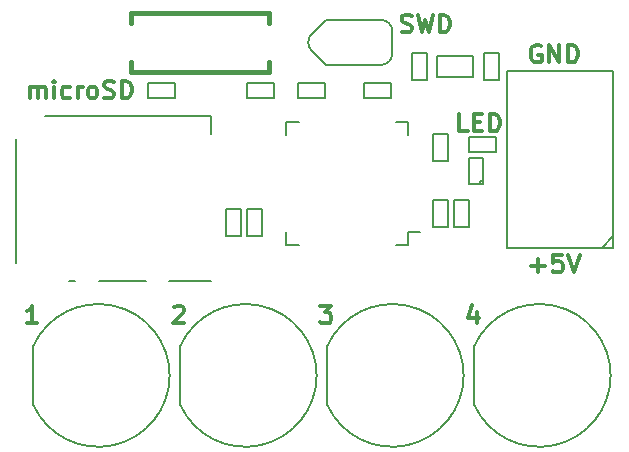
<source format=gto>
%FSLAX46Y46*%
G04 Gerber Fmt 4.6, Leading zero omitted, Abs format (unit mm)*
G04 Created by KiCad (PCBNEW (2014-08-05 BZR 5054)-product) date Wed 12 Nov 2014 18:29:59 EST*
%MOMM*%
G01*
G04 APERTURE LIST*
%ADD10C,0.100000*%
%ADD11C,0.300000*%
%ADD12C,0.127000*%
%ADD13C,0.150000*%
%ADD14C,0.381000*%
G04 APERTURE END LIST*
D10*
D11*
X190277714Y-99159143D02*
X190492000Y-99230571D01*
X190849143Y-99230571D01*
X190992000Y-99159143D01*
X191063429Y-99087714D01*
X191134857Y-98944857D01*
X191134857Y-98802000D01*
X191063429Y-98659143D01*
X190992000Y-98587714D01*
X190849143Y-98516286D01*
X190563429Y-98444857D01*
X190420571Y-98373429D01*
X190349143Y-98302000D01*
X190277714Y-98159143D01*
X190277714Y-98016286D01*
X190349143Y-97873429D01*
X190420571Y-97802000D01*
X190563429Y-97730571D01*
X190920571Y-97730571D01*
X191134857Y-97802000D01*
X191634857Y-97730571D02*
X191992000Y-99230571D01*
X192277714Y-98159143D01*
X192563428Y-99230571D01*
X192920571Y-97730571D01*
X193492000Y-99230571D02*
X193492000Y-97730571D01*
X193849143Y-97730571D01*
X194063428Y-97802000D01*
X194206286Y-97944857D01*
X194277714Y-98087714D01*
X194349143Y-98373429D01*
X194349143Y-98587714D01*
X194277714Y-98873429D01*
X194206286Y-99016286D01*
X194063428Y-99159143D01*
X193849143Y-99230571D01*
X193492000Y-99230571D01*
X158853143Y-104818571D02*
X158853143Y-103818571D01*
X158853143Y-103961429D02*
X158924571Y-103890000D01*
X159067429Y-103818571D01*
X159281714Y-103818571D01*
X159424571Y-103890000D01*
X159496000Y-104032857D01*
X159496000Y-104818571D01*
X159496000Y-104032857D02*
X159567429Y-103890000D01*
X159710286Y-103818571D01*
X159924571Y-103818571D01*
X160067429Y-103890000D01*
X160138857Y-104032857D01*
X160138857Y-104818571D01*
X160853143Y-104818571D02*
X160853143Y-103818571D01*
X160853143Y-103318571D02*
X160781714Y-103390000D01*
X160853143Y-103461429D01*
X160924571Y-103390000D01*
X160853143Y-103318571D01*
X160853143Y-103461429D01*
X162210286Y-104747143D02*
X162067429Y-104818571D01*
X161781715Y-104818571D01*
X161638857Y-104747143D01*
X161567429Y-104675714D01*
X161496000Y-104532857D01*
X161496000Y-104104286D01*
X161567429Y-103961429D01*
X161638857Y-103890000D01*
X161781715Y-103818571D01*
X162067429Y-103818571D01*
X162210286Y-103890000D01*
X162853143Y-104818571D02*
X162853143Y-103818571D01*
X162853143Y-104104286D02*
X162924571Y-103961429D01*
X162996000Y-103890000D01*
X163138857Y-103818571D01*
X163281714Y-103818571D01*
X163996000Y-104818571D02*
X163853142Y-104747143D01*
X163781714Y-104675714D01*
X163710285Y-104532857D01*
X163710285Y-104104286D01*
X163781714Y-103961429D01*
X163853142Y-103890000D01*
X163996000Y-103818571D01*
X164210285Y-103818571D01*
X164353142Y-103890000D01*
X164424571Y-103961429D01*
X164496000Y-104104286D01*
X164496000Y-104532857D01*
X164424571Y-104675714D01*
X164353142Y-104747143D01*
X164210285Y-104818571D01*
X163996000Y-104818571D01*
X165067428Y-104747143D02*
X165281714Y-104818571D01*
X165638857Y-104818571D01*
X165781714Y-104747143D01*
X165853143Y-104675714D01*
X165924571Y-104532857D01*
X165924571Y-104390000D01*
X165853143Y-104247143D01*
X165781714Y-104175714D01*
X165638857Y-104104286D01*
X165353143Y-104032857D01*
X165210285Y-103961429D01*
X165138857Y-103890000D01*
X165067428Y-103747143D01*
X165067428Y-103604286D01*
X165138857Y-103461429D01*
X165210285Y-103390000D01*
X165353143Y-103318571D01*
X165710285Y-103318571D01*
X165924571Y-103390000D01*
X166567428Y-104818571D02*
X166567428Y-103318571D01*
X166924571Y-103318571D01*
X167138856Y-103390000D01*
X167281714Y-103532857D01*
X167353142Y-103675714D01*
X167424571Y-103961429D01*
X167424571Y-104175714D01*
X167353142Y-104461429D01*
X167281714Y-104604286D01*
X167138856Y-104747143D01*
X166924571Y-104818571D01*
X166567428Y-104818571D01*
X195882000Y-107612571D02*
X195167714Y-107612571D01*
X195167714Y-106112571D01*
X196382000Y-106826857D02*
X196882000Y-106826857D01*
X197096286Y-107612571D02*
X196382000Y-107612571D01*
X196382000Y-106112571D01*
X197096286Y-106112571D01*
X197739143Y-107612571D02*
X197739143Y-106112571D01*
X198096286Y-106112571D01*
X198310571Y-106184000D01*
X198453429Y-106326857D01*
X198524857Y-106469714D01*
X198596286Y-106755429D01*
X198596286Y-106969714D01*
X198524857Y-107255429D01*
X198453429Y-107398286D01*
X198310571Y-107541143D01*
X198096286Y-107612571D01*
X197739143Y-107612571D01*
X202057143Y-100342000D02*
X201914286Y-100270571D01*
X201700000Y-100270571D01*
X201485715Y-100342000D01*
X201342857Y-100484857D01*
X201271429Y-100627714D01*
X201200000Y-100913429D01*
X201200000Y-101127714D01*
X201271429Y-101413429D01*
X201342857Y-101556286D01*
X201485715Y-101699143D01*
X201700000Y-101770571D01*
X201842857Y-101770571D01*
X202057143Y-101699143D01*
X202128572Y-101627714D01*
X202128572Y-101127714D01*
X201842857Y-101127714D01*
X202771429Y-101770571D02*
X202771429Y-100270571D01*
X203628572Y-101770571D01*
X203628572Y-100270571D01*
X204342858Y-101770571D02*
X204342858Y-100270571D01*
X204700001Y-100270571D01*
X204914286Y-100342000D01*
X205057144Y-100484857D01*
X205128572Y-100627714D01*
X205200001Y-100913429D01*
X205200001Y-101127714D01*
X205128572Y-101413429D01*
X205057144Y-101556286D01*
X204914286Y-101699143D01*
X204700001Y-101770571D01*
X204342858Y-101770571D01*
X201271429Y-118979143D02*
X202414286Y-118979143D01*
X201842857Y-119550571D02*
X201842857Y-118407714D01*
X203842858Y-118050571D02*
X203128572Y-118050571D01*
X203057143Y-118764857D01*
X203128572Y-118693429D01*
X203271429Y-118622000D01*
X203628572Y-118622000D01*
X203771429Y-118693429D01*
X203842858Y-118764857D01*
X203914286Y-118907714D01*
X203914286Y-119264857D01*
X203842858Y-119407714D01*
X203771429Y-119479143D01*
X203628572Y-119550571D01*
X203271429Y-119550571D01*
X203128572Y-119479143D01*
X203057143Y-119407714D01*
X204342857Y-118050571D02*
X204842857Y-119550571D01*
X205342857Y-118050571D01*
X196627715Y-122868571D02*
X196627715Y-123868571D01*
X196270572Y-122297143D02*
X195913429Y-123368571D01*
X196842001Y-123368571D01*
X183396001Y-122368571D02*
X184324572Y-122368571D01*
X183824572Y-122940000D01*
X184038858Y-122940000D01*
X184181715Y-123011429D01*
X184253144Y-123082857D01*
X184324572Y-123225714D01*
X184324572Y-123582857D01*
X184253144Y-123725714D01*
X184181715Y-123797143D01*
X184038858Y-123868571D01*
X183610286Y-123868571D01*
X183467429Y-123797143D01*
X183396001Y-123725714D01*
X171021429Y-122511429D02*
X171092858Y-122440000D01*
X171235715Y-122368571D01*
X171592858Y-122368571D01*
X171735715Y-122440000D01*
X171807144Y-122511429D01*
X171878572Y-122654286D01*
X171878572Y-122797143D01*
X171807144Y-123011429D01*
X170950001Y-123868571D01*
X171878572Y-123868571D01*
X159432572Y-123868571D02*
X158575429Y-123868571D01*
X159004001Y-123868571D02*
X159004001Y-122368571D01*
X158861144Y-122582857D01*
X158718286Y-122725714D01*
X158575429Y-122797143D01*
D12*
X179451000Y-104775000D02*
X177165000Y-104775000D01*
X177165000Y-104775000D02*
X177165000Y-103505000D01*
X177165000Y-103505000D02*
X179451000Y-103505000D01*
X179451000Y-103505000D02*
X179451000Y-104775000D01*
X177165000Y-116459000D02*
X177165000Y-114173000D01*
X177165000Y-114173000D02*
X178435000Y-114173000D01*
X178435000Y-114173000D02*
X178435000Y-116459000D01*
X178435000Y-116459000D02*
X177165000Y-116459000D01*
X192913000Y-115697000D02*
X192913000Y-113411000D01*
X192913000Y-113411000D02*
X194183000Y-113411000D01*
X194183000Y-113411000D02*
X194183000Y-115697000D01*
X194183000Y-115697000D02*
X192913000Y-115697000D01*
X192913000Y-110109000D02*
X192913000Y-107823000D01*
X192913000Y-107823000D02*
X194183000Y-107823000D01*
X194183000Y-107823000D02*
X194183000Y-110109000D01*
X194183000Y-110109000D02*
X192913000Y-110109000D01*
X183769000Y-104775000D02*
X181483000Y-104775000D01*
X181483000Y-104775000D02*
X181483000Y-103505000D01*
X181483000Y-103505000D02*
X183769000Y-103505000D01*
X183769000Y-103505000D02*
X183769000Y-104775000D01*
X194691000Y-115697000D02*
X194691000Y-113411000D01*
X194691000Y-113411000D02*
X195961000Y-113411000D01*
X195961000Y-113411000D02*
X195961000Y-115697000D01*
X195961000Y-115697000D02*
X194691000Y-115697000D01*
X168783000Y-103505000D02*
X171069000Y-103505000D01*
X171069000Y-103505000D02*
X171069000Y-104775000D01*
X171069000Y-104775000D02*
X168783000Y-104775000D01*
X168783000Y-104775000D02*
X168783000Y-103505000D01*
X197231000Y-103251000D02*
X197231000Y-100965000D01*
X197231000Y-100965000D02*
X198501000Y-100965000D01*
X198501000Y-100965000D02*
X198501000Y-103251000D01*
X198501000Y-103251000D02*
X197231000Y-103251000D01*
X192405000Y-100965000D02*
X192405000Y-103251000D01*
X192405000Y-103251000D02*
X191135000Y-103251000D01*
X191135000Y-103251000D02*
X191135000Y-100965000D01*
X191135000Y-100965000D02*
X192405000Y-100965000D01*
X176657000Y-114173000D02*
X176657000Y-116459000D01*
X176657000Y-116459000D02*
X175387000Y-116459000D01*
X175387000Y-116459000D02*
X175387000Y-114173000D01*
X175387000Y-114173000D02*
X176657000Y-114173000D01*
D13*
X207200000Y-117482000D02*
X208200000Y-116482000D01*
X199200000Y-102482000D02*
X208200000Y-102482000D01*
X199200000Y-117482000D02*
X208200000Y-117482000D01*
X208200000Y-117482000D02*
X208200000Y-102482000D01*
X199200000Y-117482000D02*
X199200000Y-102482000D01*
D12*
X188531500Y-101981000D02*
X183845200Y-101981000D01*
X188531500Y-98171000D02*
X183845200Y-98171000D01*
X182664100Y-100799900D02*
X183845200Y-101981000D01*
X182664100Y-99352100D02*
X183845200Y-98171000D01*
X182664100Y-99352100D02*
G75*
G03X182664100Y-100799900I723900J-723900D01*
G74*
G01*
X189484000Y-99123500D02*
X189484000Y-101028500D01*
X188531500Y-101981000D02*
G75*
G03X189484000Y-101028500I0J952500D01*
G74*
G01*
X189484000Y-99123500D02*
G75*
G03X188531500Y-98171000I-952500J0D01*
G74*
G01*
D13*
X159092000Y-130770000D02*
X159092000Y-125770000D01*
X159096901Y-130780755D02*
G75*
G03X159092000Y-125770000I5495099J2510755D01*
G74*
G01*
X171538000Y-130770000D02*
X171538000Y-125770000D01*
X171542901Y-130780755D02*
G75*
G03X171538000Y-125770000I5495099J2510755D01*
G74*
G01*
X183984000Y-130770000D02*
X183984000Y-125770000D01*
X183988901Y-130780755D02*
G75*
G03X183984000Y-125770000I5495099J2510755D01*
G74*
G01*
X196430000Y-130770000D02*
X196430000Y-125770000D01*
X196434901Y-130780755D02*
G75*
G03X196430000Y-125770000I5495099J2510755D01*
G74*
G01*
X190849000Y-117189000D02*
X190849000Y-116114000D01*
X180499000Y-117189000D02*
X180499000Y-116114000D01*
X180499000Y-106839000D02*
X180499000Y-107914000D01*
X190849000Y-106839000D02*
X190849000Y-107914000D01*
X190849000Y-117189000D02*
X189774000Y-117189000D01*
X190849000Y-106839000D02*
X189774000Y-106839000D01*
X180499000Y-106839000D02*
X181574000Y-106839000D01*
X180499000Y-117189000D02*
X181574000Y-117189000D01*
X190849000Y-116114000D02*
X191874000Y-116114000D01*
D12*
X196342000Y-101219000D02*
X196342000Y-102997000D01*
X196342000Y-102997000D02*
X193294000Y-102997000D01*
X193294000Y-102997000D02*
X193294000Y-101219000D01*
X193294000Y-101219000D02*
X196342000Y-101219000D01*
D13*
X196896000Y-112098000D02*
X196896000Y-111798000D01*
X196896000Y-111798000D02*
X197196000Y-111798000D01*
X197196000Y-109898000D02*
X195996000Y-109898000D01*
X195996000Y-112098000D02*
X197196000Y-112098000D01*
X197196000Y-112098000D02*
X197196000Y-109898000D01*
X195996000Y-109898000D02*
X195996000Y-112098000D01*
X160116000Y-106292000D02*
X174116000Y-106292000D01*
X174116000Y-106292000D02*
X174116000Y-107792000D01*
X170616000Y-120292000D02*
X174116000Y-120292000D01*
X168616000Y-120292000D02*
X164616000Y-120292000D01*
X162616000Y-120292000D02*
X162116000Y-120292000D01*
X157616000Y-108292000D02*
X157616000Y-118792000D01*
D14*
X179077620Y-97576640D02*
X167378380Y-97576640D01*
X167378380Y-102575360D02*
X179077620Y-102575360D01*
X167378380Y-97576640D02*
X167378380Y-98425000D01*
X167378380Y-102575360D02*
X167378380Y-101727000D01*
X179077620Y-97576640D02*
X179077620Y-98425000D01*
X179077620Y-102575360D02*
X179077620Y-101727000D01*
D12*
X187071000Y-103505000D02*
X189357000Y-103505000D01*
X189357000Y-103505000D02*
X189357000Y-104775000D01*
X189357000Y-104775000D02*
X187071000Y-104775000D01*
X187071000Y-104775000D02*
X187071000Y-103505000D01*
X198247000Y-109347000D02*
X195961000Y-109347000D01*
X195961000Y-109347000D02*
X195961000Y-108077000D01*
X195961000Y-108077000D02*
X198247000Y-108077000D01*
X198247000Y-108077000D02*
X198247000Y-109347000D01*
M02*

</source>
